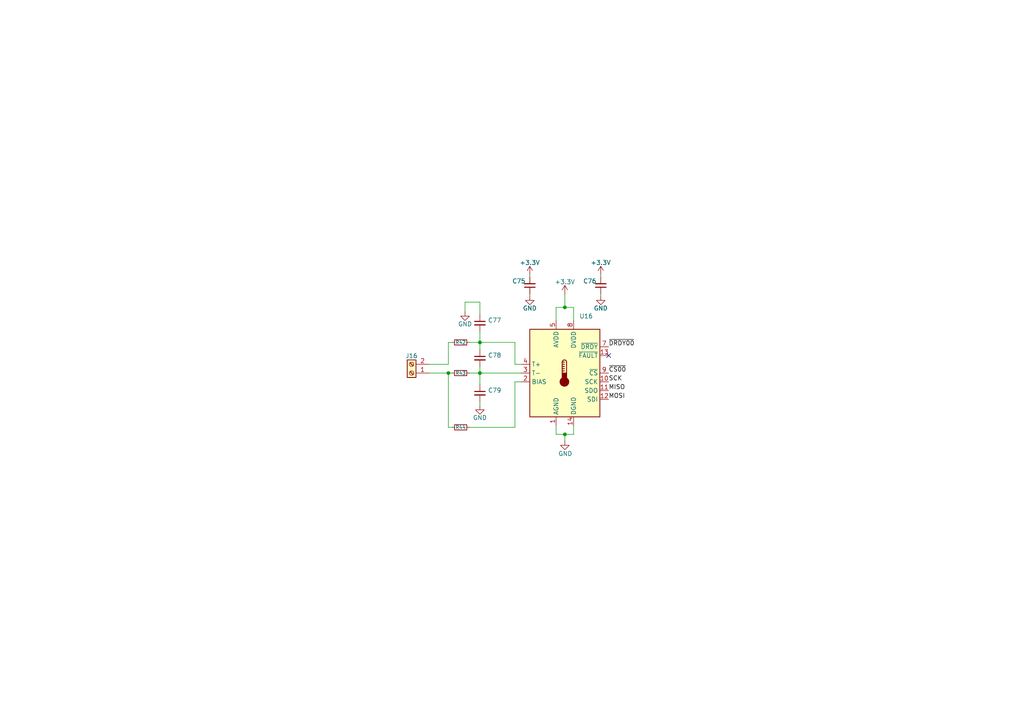
<source format=kicad_sch>
(kicad_sch (version 20211123) (generator eeschema)
  (paper "A4")
  (lib_symbols
    (symbol "Connector:Screw_Terminal_01x02" (pin_names (offset 1.016) hide)
      (property "Reference" "J" (at 0 2.54 0))
      (property "Value" "Screw_Terminal_01x02" (at 0 -5.08 0))
      (symbol "Screw_Terminal_01x02_1_1"
        (rectangle (start -1.27 1.27) (end 1.27 -3.81) (stroke (width 0.254)) (fill (type background)))
        (circle (center 0 -2.54) (radius 0.635) (stroke (width 0.1524)))
        (polyline (pts (xy -0.5334 -2.2098) (xy 0.3302 -3.048)) (stroke (width 0.1524)))
        (polyline (pts (xy -0.5334 0.3302) (xy 0.3302 -0.508)) (stroke (width 0.1524)))
        (polyline (pts (xy -0.3556 -2.032) (xy 0.508 -2.8702)) (stroke (width 0.1524)))
        (polyline (pts (xy -0.3556 0.508) (xy 0.508 -0.3302)) (stroke (width 0.1524)))
        (circle (center 0 0) (radius 0.635) (stroke (width 0.1524)))
        (pin passive line (at -5.08 0 0) (length 3.81) (name "Pin_1") (number "1"))
        (pin passive line (at -5.08 -2.54 0) (length 3.81) (name "Pin_2") (number "2"))
      )
    )
    (symbol "Device:C_Small" (pin_numbers hide) (pin_names (offset 0.254) hide)
      (property "Reference" "C" (at 0.254 1.778 0))
      (property "Value" "C_Small" (at 0.254 -2.032 0))
      (symbol "C_Small_0_1"
        (polyline (pts (xy -1.524 -0.508) (xy 1.524 -0.508)) (stroke (width 0.3302)))
        (polyline (pts (xy -1.524 0.508) (xy 1.524 0.508)) (stroke (width 0.3048)))
      )
      (symbol "C_Small_1_1"
        (pin passive line (at 0 2.54 270) (length 2.032) (name "~") (number "1"))
        (pin passive line (at 0 -2.54 90) (length 2.032) (name "~") (number "2"))
      )
    )
    (symbol "Device:R_Small" (pin_numbers hide) (pin_names (offset 0.254) hide)
      (property "Reference" "R" (at 0.762 0.508 0))
      (property "Value" "R_Small" (at 0.762 -1.016 0))
      (symbol "R_Small_0_1"
        (rectangle (start -0.762 1.778) (end 0.762 -1.778) (stroke (width 0.2032)))
      )
      (symbol "R_Small_1_1"
        (pin passive line (at 0 2.54 270) (length 0.762) (name "~") (number "1"))
        (pin passive line (at 0 -2.54 90) (length 0.762) (name "~") (number "2"))
      )
    )
    (symbol "Sensor_Temperature:MAX31856"
      (property "Reference" "U" (at -7.62 13.97 0))
      (property "Value" "MAX31856" (at 13.97 13.97 0))
      (symbol "MAX31856_0_1"
        (rectangle (start -10.16 12.7) (end 10.16 -12.7) (stroke (width 0.254)) (fill (type background)))
        (circle (center -0.127 -2.54) (radius 1.27) (stroke (width 0.254)) (fill (type outline)))
        (polyline (pts (xy -0.762 0.635) (xy -0.127 0.635)) (stroke (width 0.254)))
        (polyline (pts (xy -0.762 1.27) (xy -0.127 1.27)) (stroke (width 0.254)))
        (polyline (pts (xy -0.762 1.905) (xy -0.127 1.905)) (stroke (width 0.254)))
        (polyline (pts (xy -0.762 2.54) (xy -0.127 2.54)) (stroke (width 0.254)))
        (polyline (pts (xy -0.762 3.175) (xy -0.762 0)) (stroke (width 0.254)))
        (polyline (pts (xy -0.762 3.175) (xy -0.127 3.175)) (stroke (width 0.254)))
        (polyline (pts (xy 0.508 3.175) (xy 0.508 0)) (stroke (width 0.254)))
        (rectangle (start 0.508 -1.905) (end -0.762 0) (stroke (width 0.254)) (fill (type outline)))
        (arc (start 0.508 3.175) (mid -0.127 3.81) (end -0.762 3.175) (stroke (width 0.254)))
      )
      (symbol "MAX31856_1_1"
        (pin power_in line (at -2.54 -15.24 90) (length 2.54) (name "AGND") (number "1"))
        (pin input line (at 12.7 -2.54 180) (length 2.54) (name "SCK") (number "10"))
        (pin output line (at 12.7 -5.08 180) (length 2.54) (name "SDO") (number "11"))
        (pin input line (at 12.7 -7.62 180) (length 2.54) (name "SDI") (number "12"))
        (pin output line (at 12.7 5.08 180) (length 2.54) (name "~{FAULT}") (number "13"))
        (pin power_in line (at 2.54 -15.24 90) (length 2.54) (name "DGND") (number "14"))
        (pin input line (at -12.7 -2.54 0) (length 2.54) (name "BIAS") (number "2"))
        (pin input line (at -12.7 0 0) (length 2.54) (name "T-") (number "3"))
        (pin input line (at -12.7 2.54 0) (length 2.54) (name "T+") (number "4"))
        (pin power_in line (at -2.54 15.24 270) (length 2.54) (name "AVDD") (number "5"))
        (pin no_connect line (at -10.16 -7.62 0) (length 2.54) hide (name "DNC") (number "6"))
        (pin output line (at 12.7 7.62 180) (length 2.54) (name "~{DRDY}") (number "7"))
        (pin power_in line (at 2.54 15.24 270) (length 2.54) (name "DVDD") (number "8"))
        (pin input line (at 12.7 0 180) (length 2.54) (name "~{CS}") (number "9"))
      )
    )
    (symbol "power:+3.3V" (power) (pin_names (offset 0))
      (property "Value" "+3.3V" (at 0 3.556 0))
      (symbol "+3.3V_0_1"
        (polyline (pts (xy -0.762 1.27) (xy 0 2.54)))
        (polyline (pts (xy 0 0) (xy 0 2.54)))
        (polyline (pts (xy 0 2.54) (xy 0.762 1.27)))
      )
      (symbol "+3.3V_1_1"
        (pin power_in line (at 0 0 90) (length 0) hide (name "+3.3V") (number "1"))
      )
    )
    (symbol "power:GND" (power) (pin_names (offset 0))
      (property "Value" "GND" (at 0 -3.81 0))
      (symbol "GND_0_1"
        (polyline (pts (xy 0 0) (xy 0 -1.27) (xy 1.27 -1.27) (xy 0 -2.54) (xy -1.27 -1.27) (xy 0 -1.27)))
      )
      (symbol "GND_1_1"
        (pin power_in line (at 0 0 270) (length 0) hide (name "GND") (number "1"))
      )
    )
  )
  (junction (at 130.048 108.204))
  (junction (at 163.83 125.984))
  (junction (at 139.192 108.204))
  (junction (at 139.192 99.314))
  (junction (at 163.83 89.154))
  (no_connect (at 176.53 103.124))
  (wire (pts (xy 163.83 89.154) (xy 166.37 89.154)))
  (wire (pts (xy 163.83 85.344) (xy 163.83 89.154)))
  (wire (pts (xy 130.048 99.314) (xy 131.064 99.314)))
  (wire (pts (xy 130.048 123.952) (xy 131.064 123.952)))
  (wire (pts (xy 139.192 116.586) (xy 139.192 117.602)))
  (wire (pts (xy 139.192 108.204) (xy 139.192 111.506)))
  (wire (pts (xy 139.192 108.204) (xy 151.13 108.204)))
  (wire (pts (xy 151.13 105.664) (xy 149.352 105.664)))
  (wire (pts (xy 174.244 79.756) (xy 174.244 80.264)))
  (wire (pts (xy 149.352 105.664) (xy 149.352 99.314)))
  (wire (pts (xy 149.352 123.952) (xy 136.144 123.952)))
  (wire (pts (xy 153.67 85.344) (xy 153.67 85.852)))
  (wire (pts (xy 124.46 108.204) (xy 130.048 108.204)))
  (wire (pts (xy 163.83 125.984) (xy 163.83 127.889)))
  (wire (pts (xy 124.46 105.664) (xy 130.048 105.664)))
  (wire (pts (xy 149.352 110.744) (xy 149.352 123.952)))
  (wire (pts (xy 136.144 108.204) (xy 139.192 108.204)))
  (wire (pts (xy 139.192 99.314) (xy 139.192 101.346)))
  (wire (pts (xy 130.048 108.204) (xy 131.064 108.204)))
  (wire (pts (xy 134.874 87.63) (xy 134.874 90.424)))
  (wire (pts (xy 130.048 108.204) (xy 130.048 123.952)))
  (wire (pts (xy 161.29 92.964) (xy 161.29 89.154)))
  (wire (pts (xy 139.192 106.426) (xy 139.192 108.204)))
  (wire (pts (xy 139.192 87.63) (xy 134.874 87.63)))
  (wire (pts (xy 139.192 96.266) (xy 139.192 99.314)))
  (wire (pts (xy 136.144 99.314) (xy 139.192 99.314)))
  (wire (pts (xy 130.048 99.314) (xy 130.048 105.664)))
  (wire (pts (xy 174.244 85.344) (xy 174.244 85.852)))
  (wire (pts (xy 166.37 89.154) (xy 166.37 92.964)))
  (wire (pts (xy 166.37 125.984) (xy 166.37 123.444)))
  (wire (pts (xy 161.29 123.444) (xy 161.29 125.984)))
  (wire (pts (xy 151.13 110.744) (xy 149.352 110.744)))
  (wire (pts (xy 163.83 125.984) (xy 166.37 125.984)))
  (wire (pts (xy 139.192 91.186) (xy 139.192 87.63)))
  (wire (pts (xy 161.29 89.154) (xy 163.83 89.154)))
  (wire (pts (xy 161.29 125.984) (xy 163.83 125.984)))
  (wire (pts (xy 153.67 79.756) (xy 153.67 80.264)))
  (wire (pts (xy 149.352 99.314) (xy 139.192 99.314)))
  (label "~{CS00}" (at 176.53 108.204 0))
  (label "SCK" (at 176.53 110.744 0))
  (label "MISO" (at 176.53 113.284 0))
  (label "MOSI" (at 176.53 115.824 0))
  (label "~{DRDY00}" (at 176.53 100.584 0))
  (symbol (lib_id "Device:C_Small") (at 139.192 93.726 0) (unit 1)
    (property "Reference" "C77" (at 141.5161 92.8976 0) (effects (justify left)))
  )
  (symbol (lib_id "power:GND") (at 134.874 90.424 0) (mirror y) (unit 1)
    (property "Reference" "#PWR0125" (effects hide))
  )
  (symbol (lib_id "Device:C_Small") (at 139.192 114.046 0) (unit 1)
    (property "Reference" "C79" (at 141.5161 113.2176 0) (effects (justify left)))
  )
  (symbol (lib_id "power:+3.3V") (at 153.67 79.756 0) (unit 1)
    (property "Reference" "#PWR0120" (effects hide))
  )
  (symbol (lib_id "power:GND") (at 153.67 85.852 0) (mirror y) (unit 1)
    (property "Reference" "#PWR0123" (effects hide))
  )
  (symbol (lib_id "Device:C_Small") (at 174.244 82.804 0) (mirror x) (unit 1)
    (property "Reference" "C76" (at 171.069 81.534 0))
  )
  (symbol (lib_id "Device:R_Small") (at 133.604 99.314 90) (unit 1)
    (property "Reference" "R42" (at 133.604 99.314 90) (effects (font (size 1 1))))
  )
  (symbol (lib_id "power:GND") (at 174.244 85.852 0) (mirror y) (unit 1)
    (property "Reference" "#PWR0124" (effects hide))
  )
  (symbol (lib_id "Connector:Screw_Terminal_01x02") (at 119.38 108.204 180) (unit 1)
    (property "Reference" "J16" (at 119.38 103.2312 0))
  )
  (symbol (lib_id "Device:R_Small") (at 133.604 123.952 90) (unit 1)
    (property "Reference" "R44" (at 133.604 123.952 90) (effects (font (size 1 1))))
  )
  (symbol (lib_id "Device:C_Small") (at 153.67 82.804 0) (mirror x) (unit 1)
    (property "Reference" "C75" (at 150.495 81.534 0))
  )
  (symbol (lib_id "Sensor_Temperature:MAX31856") (at 163.83 108.204 0) (unit 1)
    (property "Reference" "U16" (at 168.021 91.6971 0) (effects (justify left)))
    (property "Datasheet" "https://datasheets.maximintegrated.com/en/ds/MAX31856.pdf" (effects hide))
  )
  (symbol (lib_id "Device:R_Small") (at 133.604 108.204 90) (unit 1)
    (property "Reference" "R43" (at 133.604 108.204 90) (effects (font (size 1 1))))
  )
  (symbol (lib_id "power:+3.3V") (at 163.83 85.344 0) (unit 1)
    (property "Reference" "#PWR0122" (effects hide))
  )
  (symbol (lib_id "power:+3.3V") (at 174.244 79.756 0) (unit 1)
    (property "Reference" "#PWR0121" (effects hide))
  )
  (symbol (lib_id "Device:C_Small") (at 139.192 103.886 0) (unit 1)
    (property "Reference" "C78" (at 141.5161 103.0576 0) (effects (justify left)))
  )
  (symbol (lib_id "power:GND") (at 163.83 127.889 0) (unit 1)
    (property "Reference" "#PWR0127" (effects hide))
  )
  (symbol (lib_id "power:GND") (at 139.192 117.602 0) (mirror y) (unit 1)
    (property "Reference" "#PWR0126" (effects hide))
  )
)
</source>
